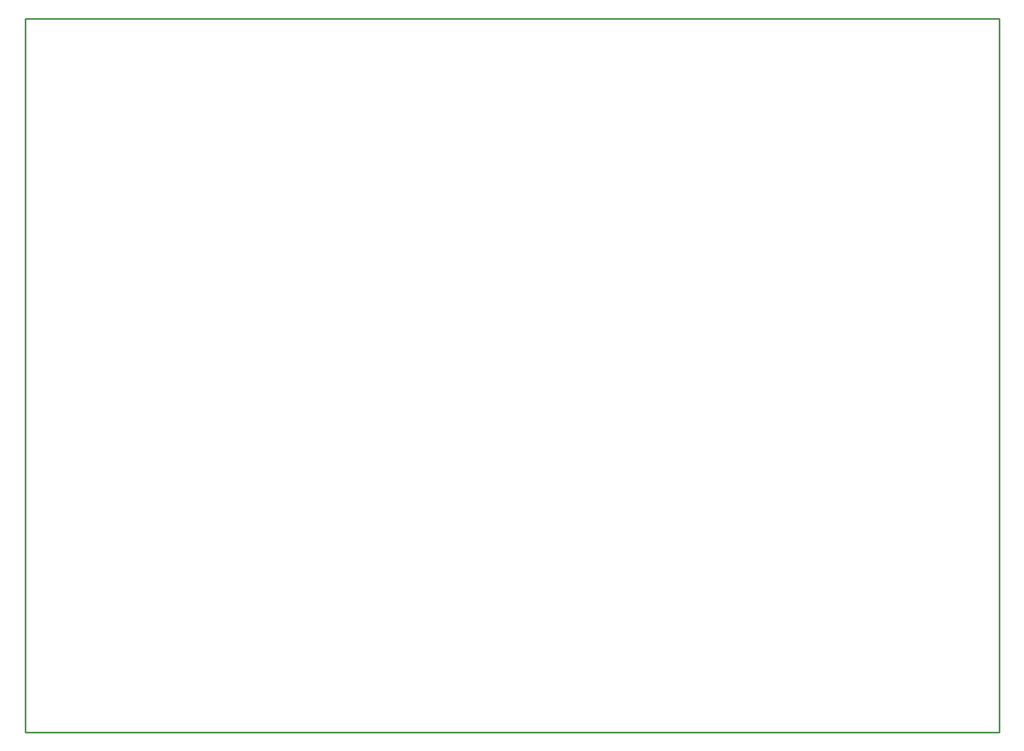
<source format=gko>
G04*
G04 #@! TF.GenerationSoftware,Altium Limited,Altium Designer,19.1.7 (138)*
G04*
G04 Layer_Color=16711935*
%FSLAX25Y25*%
%MOIN*%
G70*
G01*
G75*
%ADD11C,0.01000*%
D11*
X590551Y433071D02*
X590551Y0D01*
X0Y433071D02*
X590551D01*
X0Y0D02*
Y433071D01*
Y0D02*
X590551D01*
M02*

</source>
